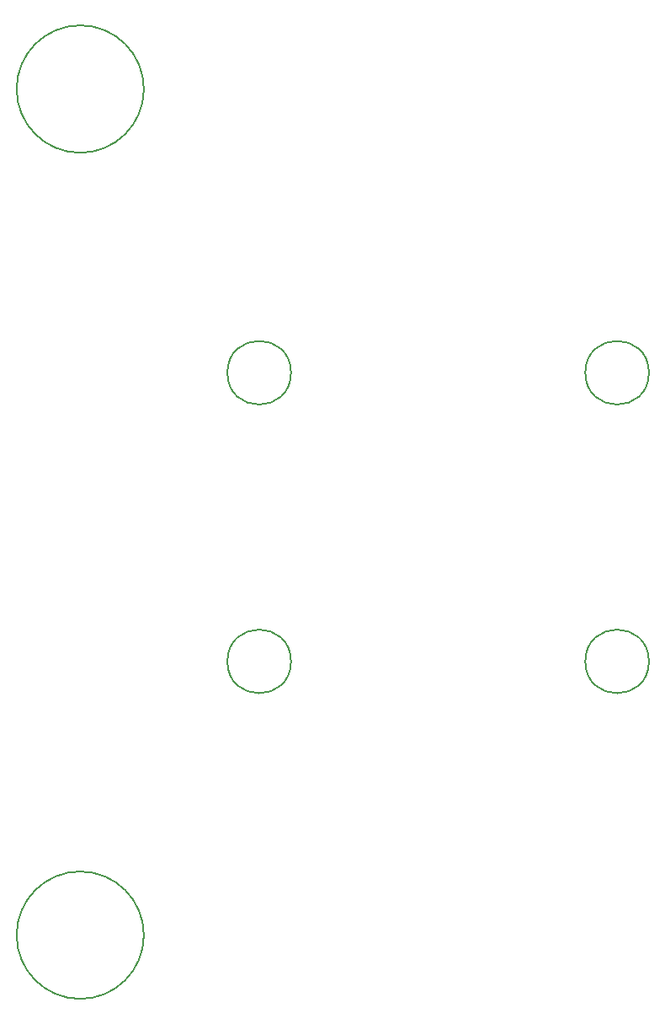
<source format=gbr>
G04 #@! TF.GenerationSoftware,KiCad,Pcbnew,(5.0.0)*
G04 #@! TF.CreationDate,2018-12-21T15:57:03+00:00*
G04 #@! TF.ProjectId,OpenSpritzer_1.3,4F70656E53707269747A65725F312E33,rev?*
G04 #@! TF.SameCoordinates,Original*
G04 #@! TF.FileFunction,Other,Comment*
%FSLAX46Y46*%
G04 Gerber Fmt 4.6, Leading zero omitted, Abs format (unit mm)*
G04 Created by KiCad (PCBNEW (5.0.0)) date 12/21/18 15:57:03*
%MOMM*%
%LPD*%
G01*
G04 APERTURE LIST*
%ADD10C,0.150000*%
G04 APERTURE END LIST*
D10*
G04 #@! TO.C,*
X106400000Y-65000000D02*
G75*
G03X106400000Y-65000000I-6400000J0D01*
G01*
X121200000Y-93500000D02*
G75*
G03X121200000Y-93500000I-3200000J0D01*
G01*
X121200000Y-122500000D02*
G75*
G03X121200000Y-122500000I-3200000J0D01*
G01*
X157200000Y-93500000D02*
G75*
G03X157200000Y-93500000I-3200000J0D01*
G01*
X157200000Y-122500000D02*
G75*
G03X157200000Y-122500000I-3200000J0D01*
G01*
X106400000Y-150000000D02*
G75*
G03X106400000Y-150000000I-6400000J0D01*
G01*
G04 #@! TD*
M02*

</source>
